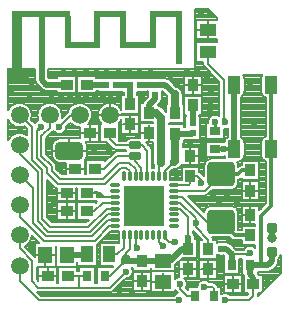
<source format=gtl>
G04*
G04 #@! TF.GenerationSoftware,Altium Limited,Altium Designer,18.1.7 (191)*
G04*
G04 Layer_Physical_Order=1*
G04 Layer_Color=255*
%FSLAX24Y24*%
%MOIN*%
G70*
G01*
G75*
%ADD11C,0.0079*%
G04:AMPARAMS|DCode=15|XSize=63mil|YSize=43.3mil|CornerRadius=10.8mil|HoleSize=0mil|Usage=FLASHONLY|Rotation=90.000|XOffset=0mil|YOffset=0mil|HoleType=Round|Shape=RoundedRectangle|*
%AMROUNDEDRECTD15*
21,1,0.0630,0.0217,0,0,90.0*
21,1,0.0413,0.0433,0,0,90.0*
1,1,0.0217,0.0108,0.0207*
1,1,0.0217,0.0108,-0.0207*
1,1,0.0217,-0.0108,-0.0207*
1,1,0.0217,-0.0108,0.0207*
%
%ADD15ROUNDEDRECTD15*%
%ADD16C,0.0591*%
%ADD17R,0.0236X0.0217*%
G04:AMPARAMS|DCode=18|XSize=43.3mil|YSize=23.6mil|CornerRadius=5.9mil|HoleSize=0mil|Usage=FLASHONLY|Rotation=180.000|XOffset=0mil|YOffset=0mil|HoleType=Round|Shape=RoundedRectangle|*
%AMROUNDEDRECTD18*
21,1,0.0433,0.0118,0,0,180.0*
21,1,0.0315,0.0236,0,0,180.0*
1,1,0.0118,-0.0157,0.0059*
1,1,0.0118,0.0157,0.0059*
1,1,0.0118,0.0157,-0.0059*
1,1,0.0118,-0.0157,-0.0059*
%
%ADD18ROUNDEDRECTD18*%
G04:AMPARAMS|DCode=19|XSize=94.5mil|YSize=59.1mil|CornerRadius=14.8mil|HoleSize=0mil|Usage=FLASHONLY|Rotation=180.000|XOffset=0mil|YOffset=0mil|HoleType=Round|Shape=RoundedRectangle|*
%AMROUNDEDRECTD19*
21,1,0.0945,0.0295,0,0,180.0*
21,1,0.0650,0.0591,0,0,180.0*
1,1,0.0295,-0.0325,0.0148*
1,1,0.0295,0.0325,0.0148*
1,1,0.0295,0.0325,-0.0148*
1,1,0.0295,-0.0325,-0.0148*
%
%ADD19ROUNDEDRECTD19*%
%ADD20R,0.0217X0.0236*%
G04:AMPARAMS|DCode=21|XSize=31.5mil|YSize=35.4mil|CornerRadius=7.9mil|HoleSize=0mil|Usage=FLASHONLY|Rotation=270.000|XOffset=0mil|YOffset=0mil|HoleType=Round|Shape=RoundedRectangle|*
%AMROUNDEDRECTD21*
21,1,0.0315,0.0197,0,0,270.0*
21,1,0.0157,0.0354,0,0,270.0*
1,1,0.0157,-0.0098,-0.0079*
1,1,0.0157,-0.0098,0.0079*
1,1,0.0157,0.0098,0.0079*
1,1,0.0157,0.0098,-0.0079*
%
%ADD21ROUNDEDRECTD21*%
G04:AMPARAMS|DCode=22|XSize=90.6mil|YSize=82.7mil|CornerRadius=12.4mil|HoleSize=0mil|Usage=FLASHONLY|Rotation=0.000|XOffset=0mil|YOffset=0mil|HoleType=Round|Shape=RoundedRectangle|*
%AMROUNDEDRECTD22*
21,1,0.0906,0.0579,0,0,0.0*
21,1,0.0657,0.0827,0,0,0.0*
1,1,0.0248,0.0329,-0.0289*
1,1,0.0248,-0.0329,-0.0289*
1,1,0.0248,-0.0329,0.0289*
1,1,0.0248,0.0329,0.0289*
%
%ADD22ROUNDEDRECTD22*%
%ADD23O,0.0335X0.0110*%
%ADD24O,0.0110X0.0335*%
%ADD25R,0.1358X0.1358*%
%ADD45R,0.0394X0.0354*%
%ADD46R,0.0354X0.0394*%
%ADD47R,0.0354X0.0276*%
%ADD48R,0.0276X0.0354*%
%ADD49R,0.0197X0.0197*%
%ADD50R,0.0354X0.0197*%
%ADD51R,0.0551X0.0413*%
%ADD52R,0.0571X0.0453*%
%ADD53R,0.0413X0.0551*%
%ADD54R,0.0453X0.0571*%
%ADD55C,0.0197*%
%ADD56C,0.0118*%
%ADD57C,0.0280*%
%ADD58C,0.0276*%
%ADD59R,0.0719X0.0413*%
%ADD60R,0.0354X0.1890*%
%ADD61R,0.1969X0.0197*%
%ADD62R,0.0197X0.2008*%
%ADD63R,0.0197X0.1093*%
%ADD64R,0.0906X0.0197*%
%ADD65R,0.1063X0.0197*%
%ADD66R,0.0197X0.1132*%
%ADD67R,0.0984X0.0197*%
%ADD68R,0.0197X0.1663*%
%ADD69C,0.0236*%
%ADD70C,0.0315*%
G36*
X41818Y23466D02*
X41806Y23465D01*
X41795Y23463D01*
X41784Y23461D01*
X41773Y23458D01*
X41763Y23454D01*
X41753Y23450D01*
X41744Y23444D01*
X41735Y23438D01*
X41726Y23432D01*
X41718Y23424D01*
X41659Y23477D01*
X41667Y23485D01*
X41674Y23494D01*
X41679Y23502D01*
X41684Y23512D01*
X41688Y23522D01*
X41691Y23532D01*
X41694Y23542D01*
X41695Y23553D01*
X41696Y23565D01*
X41695Y23576D01*
X41818Y23466D01*
D02*
G37*
G36*
X43643Y21311D02*
X43641Y21320D01*
X43638Y21328D01*
X43634Y21335D01*
X43629Y21341D01*
X43622Y21346D01*
X43615Y21351D01*
X43606Y21354D01*
X43597Y21356D01*
X43586Y21358D01*
X43575Y21358D01*
X43593Y21437D01*
X43730Y21443D01*
X43643Y21311D01*
D02*
G37*
G36*
X43879Y21338D02*
X43882Y21330D01*
X43886Y21322D01*
X43891Y21316D01*
X43897Y21311D01*
X43905Y21307D01*
X43913Y21303D01*
X43923Y21301D01*
X43933Y21300D01*
X43945Y21299D01*
X43927Y21220D01*
X43790Y21214D01*
X43877Y21347D01*
X43879Y21338D01*
D02*
G37*
G36*
X45804Y19764D02*
X45813Y19756D01*
X45822Y19750D01*
X45830Y19745D01*
X45839Y19741D01*
X45848Y19737D01*
X45856Y19735D01*
X45865Y19733D01*
X45873Y19733D01*
X45882Y19733D01*
X45778Y19630D01*
X45779Y19638D01*
X45778Y19647D01*
X45777Y19656D01*
X45775Y19664D01*
X45771Y19673D01*
X45767Y19682D01*
X45762Y19690D01*
X45755Y19699D01*
X45748Y19708D01*
X45740Y19716D01*
X45796Y19772D01*
X45804Y19764D01*
D02*
G37*
G36*
X45020Y19717D02*
X45022Y19706D01*
X45024Y19697D01*
X45028Y19688D01*
X45032Y19680D01*
X45037Y19673D01*
X45044Y19668D01*
X45051Y19663D01*
X45059Y19659D01*
X45069Y19656D01*
X44927Y19578D01*
X44930Y19587D01*
X44934Y19605D01*
X44936Y19614D01*
X44940Y19644D01*
X44940Y19655D01*
X44941Y19677D01*
X45020Y19729D01*
X45020Y19717D01*
D02*
G37*
G36*
X44695Y19383D02*
X44697Y19364D01*
X44698Y19356D01*
X44700Y19349D01*
X44703Y19343D01*
X44706Y19338D01*
X44709Y19334D01*
X44713Y19330D01*
X44717Y19328D01*
X44594D01*
X44598Y19330D01*
X44602Y19334D01*
X44605Y19338D01*
X44608Y19343D01*
X44611Y19349D01*
X44613Y19356D01*
X44614Y19364D01*
X44615Y19373D01*
X44616Y19383D01*
X44616Y19393D01*
X44695D01*
X44695Y19383D01*
D02*
G37*
G36*
X44807Y19229D02*
X44811Y19226D01*
X44817Y19223D01*
X44824Y19220D01*
X44833Y19218D01*
X44844Y19216D01*
X44857Y19214D01*
X44887Y19213D01*
X44905Y19213D01*
X44892Y19016D01*
X44711Y19036D01*
X44805Y19233D01*
X44807Y19229D01*
D02*
G37*
G36*
X44682Y19028D02*
X44662Y19024D01*
X44625Y19015D01*
X44608Y19010D01*
X44579Y18998D01*
X44566Y18991D01*
X44555Y18984D01*
X44545Y18976D01*
X44536Y18968D01*
X44469Y19013D01*
X44479Y19024D01*
X44486Y19035D01*
X44493Y19046D01*
X44498Y19059D01*
X44502Y19073D01*
X44504Y19087D01*
X44505Y19103D01*
X44505Y19119D01*
X44504Y19136D01*
X44501Y19154D01*
X44682Y19028D01*
D02*
G37*
G36*
X46117Y19783D02*
X46128Y19784D01*
X46139Y19785D01*
X46149Y19787D01*
X46159Y19790D01*
X46169Y19794D01*
X46179Y19799D01*
X46188Y19805D01*
X46197Y19811D01*
X46206Y19819D01*
X46215Y19827D01*
Y19661D01*
X46206Y19670D01*
X46197Y19677D01*
X46188Y19684D01*
X46179Y19689D01*
X46169Y19694D01*
X46159Y19698D01*
X46149Y19701D01*
X46139Y19703D01*
X46128Y19704D01*
X46117Y19705D01*
Y19783D01*
D02*
G37*
G36*
X47028Y20548D02*
X47030Y20504D01*
X46947D01*
X46947Y20505D01*
X46947Y20506D01*
X46948Y20508D01*
X46948Y20512D01*
X46949Y20526D01*
X46949Y20548D01*
X47028D01*
D02*
G37*
G36*
X47143Y21898D02*
X47240Y21801D01*
X47086Y21780D01*
X47091Y21787D01*
X47095Y21794D01*
X47097Y21802D01*
X47098Y21809D01*
X47098Y21817D01*
X47095Y21825D01*
X47092Y21833D01*
X47087Y21841D01*
X47080Y21850D01*
X47072Y21858D01*
X47143Y21898D01*
D02*
G37*
G36*
X48622Y19380D02*
X48633Y19380D01*
X48644Y19382D01*
X48654Y19384D01*
X48662Y19388D01*
X48670Y19392D01*
X48677Y19397D01*
X48683Y19404D01*
X48688Y19411D01*
X48692Y19419D01*
X48695Y19429D01*
X48772Y19287D01*
X48764Y19290D01*
X48746Y19294D01*
X48737Y19296D01*
X48706Y19300D01*
X48696Y19300D01*
X48673Y19301D01*
X48622Y19380D01*
D02*
G37*
G36*
X49626Y20109D02*
X49626Y20091D01*
X49630Y20027D01*
X49632Y20019D01*
X49634Y20012D01*
X49636Y20007D01*
X49638Y20004D01*
X49417D01*
X49420Y20007D01*
X49422Y20012D01*
X49423Y20019D01*
X49425Y20027D01*
X49426Y20036D01*
X49428Y20060D01*
X49429Y20109D01*
X49626D01*
D02*
G37*
G36*
X47770Y22904D02*
X47782Y22904D01*
X47805Y22906D01*
X47815Y22907D01*
X47825Y22909D01*
X47833Y22912D01*
X47841Y22915D01*
X47848Y22919D01*
X47854Y22923D01*
X47859Y22927D01*
Y22762D01*
X47854Y22766D01*
X47848Y22770D01*
X47841Y22774D01*
X47833Y22777D01*
X47825Y22780D01*
X47815Y22782D01*
X47805Y22783D01*
X47794Y22784D01*
X47770Y22785D01*
Y22904D01*
D02*
G37*
G36*
X48116Y22785D02*
X48103Y22785D01*
X48081Y22783D01*
X48070Y22782D01*
X48061Y22780D01*
X48053Y22777D01*
X48045Y22774D01*
X48038Y22770D01*
X48032Y22766D01*
X48027Y22762D01*
Y22927D01*
X48032Y22923D01*
X48038Y22919D01*
X48045Y22915D01*
X48053Y22912D01*
X48061Y22909D01*
X48070Y22907D01*
X48081Y22906D01*
X48092Y22904D01*
X48116Y22904D01*
Y22785D01*
D02*
G37*
G36*
X47598Y23575D02*
X47598Y23586D01*
X47597Y23596D01*
X47594Y23607D01*
X47591Y23617D01*
X47587Y23626D01*
X47582Y23636D01*
X47576Y23644D01*
X47569Y23653D01*
X47561Y23661D01*
X47553Y23669D01*
X47717Y23683D01*
X47710Y23673D01*
X47703Y23664D01*
X47697Y23654D01*
X47692Y23644D01*
X47687Y23634D01*
X47684Y23624D01*
X47681Y23614D01*
X47679Y23603D01*
X47678Y23592D01*
X47677Y23582D01*
X47598Y23575D01*
D02*
G37*
G36*
X47953Y23938D02*
X47953Y23926D01*
X47955Y23916D01*
X47957Y23906D01*
X47961Y23898D01*
X47965Y23890D01*
X47970Y23883D01*
X47977Y23877D01*
X47984Y23873D01*
X47992Y23869D01*
X48002Y23866D01*
X47862Y23786D01*
X47864Y23794D01*
X47868Y23811D01*
X47870Y23820D01*
X47873Y23850D01*
X47874Y23861D01*
X47874Y23884D01*
X47953Y23938D01*
D02*
G37*
D11*
X49202Y25314D02*
G03*
X49163Y25187I187J-127D01*
G01*
Y24774D02*
G03*
X49321Y24558I226J0D01*
G01*
X48612Y25187D02*
G03*
X48573Y25314I-226J0D01*
G01*
X48494Y24575D02*
G03*
X48612Y24774I-108J199D01*
G01*
X47756Y23958D02*
G03*
X47397Y23710I-128J-199D01*
G01*
X47933Y23519D02*
G03*
X48061Y23531I42J233D01*
G01*
X49321Y23277D02*
G03*
X49163Y23061I69J-216D01*
G01*
Y22648D02*
G03*
X49321Y22432I226J0D01*
G01*
X48612Y23061D02*
G03*
X48494Y23260I-226J0D01*
G01*
X48061D02*
G03*
X47944Y23081I108J-199D01*
G01*
X47946Y22608D02*
G03*
X47970Y22539I223J39D01*
G01*
X48514Y22312D02*
G03*
X48408Y22261I20J-176D01*
G01*
X48514Y22312D02*
G03*
X48408Y22261I20J-176D01*
G01*
X48386Y22421D02*
G03*
X48612Y22648I0J226D01*
G01*
X48406Y21831D02*
G03*
X48514Y21868I0J177D01*
G01*
X48406Y21831D02*
G03*
X48514Y21868I0J177D01*
G01*
X47506Y22539D02*
G03*
X47264Y22297I0J-242D01*
G01*
X48406D02*
G03*
X48371Y22421I-242J0D01*
G01*
X47234Y25679D02*
G03*
X47280Y25568I157J0D01*
G01*
X47234Y25679D02*
G03*
X47281Y25568I157J0D01*
G01*
X46118Y25153D02*
G03*
X45965Y25217I-153J-153D01*
G01*
X46118Y25153D02*
G03*
X45965Y25217I-153J-153D01*
G01*
X46547Y24675D02*
G03*
X46343Y24927I-258J0D01*
G01*
X47149Y22060D02*
G03*
X47106Y22090I-111J-111D01*
G01*
X47149Y22060D02*
G03*
X47106Y22090I-112J-111D01*
G01*
X46472Y22268D02*
G03*
X46516Y22327I-182J182D01*
G01*
X46471Y22268D02*
G03*
X46516Y22327I-182J183D01*
G01*
X46237Y22175D02*
G03*
X46452Y22249I33J256D01*
G01*
X46434Y21811D02*
G03*
X46362Y21827I-72J-157D01*
G01*
X49744Y19187D02*
G03*
X49821Y19321I-118J157D01*
G01*
X48976Y19566D02*
G03*
X48594Y19498I-167J-167D01*
G01*
X48163Y21476D02*
G03*
X48406Y21719I0J242D01*
G01*
Y20722D02*
G03*
X48163Y20965I-242J0D01*
G01*
X48162Y19855D02*
G03*
X48287Y19803I125J125D01*
G01*
X48162Y19855D02*
G03*
X48287Y19803I125J125D01*
G01*
X49680Y18951D02*
G03*
X49744Y19104I-153J153D01*
G01*
X49681Y18951D02*
G03*
X49744Y19104I-153J153D01*
G01*
X49400Y18760D02*
G03*
X49553Y18824I0J217D01*
G01*
X49400Y18760D02*
G03*
X49553Y18823I0J217D01*
G01*
X49099Y18642D02*
G03*
X49050Y18716I-202J-79D01*
G01*
X49099Y18642D02*
G03*
X49051Y18716I-202J-79D01*
G01*
X48573Y18671D02*
G03*
X48583Y18607I217J0D01*
G01*
X48573Y18671D02*
G03*
X48583Y18607I217J0D01*
G01*
X47559Y19833D02*
G03*
X47543Y19902I-157J0D01*
G01*
X47283Y21299D02*
G03*
X47395Y21346I0J157D01*
G01*
X47283Y21299D02*
G03*
X47395Y21345I0J157D01*
G01*
X47506Y20965D02*
G03*
X47266Y20753I0J-242D01*
G01*
X47559Y19833D02*
G03*
X47543Y19902I-157J0D01*
G01*
X48145Y19681D02*
G03*
X47992Y19744I-153J-153D01*
G01*
X48146Y19680D02*
G03*
X47992Y19744I-153J-153D01*
G01*
X47929D02*
G03*
X47697Y19719I-94J-217D01*
G01*
Y19336D02*
G03*
X47910Y19304I138J192D01*
G01*
X46978Y19882D02*
G03*
X46900Y20058I-236J0D01*
G01*
X46974Y19837D02*
G03*
X46978Y19882I-232J45D01*
G01*
X47651Y18369D02*
G03*
X47539Y18415I-111J-111D01*
G01*
X47984Y18051D02*
G03*
X47943Y18051I-20J-235D01*
G01*
X48140Y17973D02*
G03*
X47984Y18051I-176J-157D01*
G01*
X47943D02*
G03*
X47834Y18014I20J-235D01*
G01*
X47731Y18258D02*
G03*
X47690Y18330I-153J-39D01*
G01*
X47651Y18369D02*
G03*
X47539Y18415I-112J-111D01*
G01*
X47450D02*
G03*
X47037Y18258I-176J-157D01*
G01*
X47731D02*
G03*
X47690Y18330I-153J-39D01*
G01*
X46437Y18582D02*
G03*
X46309Y18531I20J-235D01*
G01*
X46693Y18346D02*
G03*
X46596Y18537I-236J0D01*
G01*
X46656Y18219D02*
G03*
X46693Y18346I-199J127D01*
G01*
X46309Y18140D02*
G03*
X46346Y18084I148J55D01*
G01*
X46309Y18140D02*
G03*
X46345Y18084I148J55D01*
G01*
X46384Y18045D02*
G03*
X46256Y17965I56J-230D01*
G01*
X45793Y24374D02*
G03*
X45837Y24439I-153J153D01*
G01*
X45793Y24374D02*
G03*
X45837Y24439I-153J153D01*
G01*
X45850Y24236D02*
G03*
X45728Y24304I-181J-181D01*
G01*
X45850Y24236D02*
G03*
X45728Y24304I-181J-181D01*
G01*
X45280Y24474D02*
G03*
X45222Y24370I153J-153D01*
G01*
X45280Y24474D02*
G03*
X45222Y24370I153J-153D01*
G01*
X44508Y24140D02*
G03*
X43835Y23691I-384J-153D01*
G01*
X44803Y23209D02*
G03*
X44656Y23130I0J-177D01*
G01*
X44537Y23986D02*
G03*
X44536Y24026I-413J0D01*
G01*
X44413Y23691D02*
G03*
X44508Y23833I-289J295D01*
G01*
X43533Y23986D02*
G03*
X42719Y24086I-413J0D01*
G01*
X41634Y25157D02*
G03*
X41697Y25004I217J0D01*
G01*
X41854Y24847D02*
G03*
X42008Y24783I153J153D01*
G01*
X41855Y24847D02*
G03*
X42008Y24783I153J153D01*
G01*
X42530Y23986D02*
G03*
X41743Y23809I-413J0D01*
G01*
X41634Y25157D02*
G03*
X41698Y25004I217J0D01*
G01*
X41526Y23986D02*
G03*
X40731Y24146I-413J0D01*
G01*
X43409Y23691D02*
G03*
X43533Y23986I-289J295D01*
G01*
X42516Y23883D02*
G03*
X42530Y23986I-400J103D01*
G01*
X42801Y23723D02*
G03*
X43130Y23573I319J263D01*
G01*
X43366Y22943D02*
G03*
X43314Y23100I-266J0D01*
G01*
X41743Y23809D02*
G03*
X41613Y23709I71J-225D01*
G01*
X41494Y23827D02*
G03*
X41526Y23986I-382J159D01*
G01*
X40731Y23826D02*
G03*
X41271Y23605I381J160D01*
G01*
X42241Y23457D02*
G03*
X42676Y23584I199J127D01*
G01*
X42451Y23209D02*
G03*
X42185Y22943I0J-266D01*
G01*
X41368Y23307D02*
G03*
X40731Y23142I-256J-325D01*
G01*
X45532Y22795D02*
G03*
X45485Y22907I-157J0D01*
G01*
X45532Y22795D02*
G03*
X45485Y22907I-157J0D01*
G01*
X44360Y22776D02*
G03*
X44249Y22729I0J-157D01*
G01*
X44229Y22861D02*
G03*
X44341Y22815I112J111D01*
G01*
X44229Y22861D02*
G03*
X44341Y22815I111J111D01*
G01*
X44360Y22776D02*
G03*
X44249Y22729I0J-157D01*
G01*
X45571Y22372D02*
G03*
X45610Y22236I256J0D01*
G01*
Y22220D02*
G03*
X45532Y22220I-39J-169D01*
G01*
X44413Y19878D02*
G03*
X44429Y19806I173J0D01*
G01*
X44157Y20105D02*
G03*
X44189Y20102I32J170D01*
G01*
X43287Y22459D02*
G03*
X43366Y22648I-187J189D01*
G01*
X43663Y21113D02*
G03*
X43702Y21100I96J216D01*
G01*
X44892Y18760D02*
G03*
X44847Y18898I-236J0D01*
G01*
X44642Y18524D02*
G03*
X44892Y18760I13J236D01*
G01*
X44124Y18071D02*
G03*
X44236Y18117I0J157D01*
G01*
X44124Y18071D02*
G03*
X44235Y18117I0J157D01*
G01*
X43687Y19645D02*
G03*
X43724Y19672I-75J139D01*
G01*
X43687Y19645D02*
G03*
X43724Y19672I-75J139D01*
G01*
X42343Y22282D02*
G03*
X42296Y22394I-157J0D01*
G01*
X42343Y22282D02*
G03*
X42296Y22394I-157J0D01*
G01*
X42185Y22648D02*
G03*
X42451Y22382I266J0D01*
G01*
X42270Y21582D02*
G03*
X42364Y21536I112J111D01*
G01*
X42271Y21582D02*
G03*
X42364Y21536I111J111D01*
G01*
X41282Y19594D02*
G03*
X41526Y19964I-170J377D01*
G01*
X41704Y18075D02*
G03*
X41742Y18071I38J153D01*
G01*
X41704Y18075D02*
G03*
X41742Y18071I38J153D01*
G01*
X48612Y25197D02*
X49164D01*
X48612Y25039D02*
X49163D01*
X48573Y25314D02*
X49202D01*
X48594Y25276D02*
X49181D01*
X48607Y24724D02*
X49169D01*
X48573Y24646D02*
X49203D01*
X48494Y24567D02*
X49298D01*
X48612Y24774D02*
Y25187D01*
X49163Y24774D02*
Y25187D01*
X48612Y25118D02*
X49163D01*
X48612Y24961D02*
X49163D01*
X48612Y24882D02*
X49163D01*
X48612Y24803D02*
X49163D01*
X48494Y24331D02*
X49321D01*
X48494Y24252D02*
X49321D01*
X48494Y24488D02*
X49321D01*
X48494Y24409D02*
X49321D01*
X48494Y24016D02*
X49321D01*
X48494Y23937D02*
X49321D01*
X48494Y24173D02*
X49321D01*
X48494Y24094D02*
X49321D01*
Y23277D02*
Y24558D01*
X48494Y23260D02*
Y24575D01*
Y23858D02*
X49321D01*
X48494Y23779D02*
X49321D01*
X48494Y23701D02*
X49321D01*
X48494Y23622D02*
X49321D01*
X48494Y23543D02*
X49321D01*
X48061Y23260D02*
Y23531D01*
X47391Y27529D02*
X47696Y27224D01*
Y27156D02*
Y27224D01*
X46978Y27165D02*
X47696D01*
X46998Y27156D02*
X47696D01*
X47281Y25568D02*
X47756Y25092D01*
X47195Y25039D02*
X47756D01*
X46998Y26506D02*
X47696D01*
X47195Y25118D02*
X47730D01*
X46978Y27244D02*
X47676D01*
X47696Y26407D02*
Y26506D01*
X46978Y27402D02*
X47518D01*
X46978Y27323D02*
X47597D01*
X47195Y25276D02*
X47573D01*
X47195Y25197D02*
X47651D01*
X46978Y26457D02*
X47696D01*
X46998Y26407D02*
X47696D01*
X47195Y24331D02*
X47756D01*
Y23958D02*
Y25092D01*
X47195Y24252D02*
X47756D01*
X47195Y24173D02*
X47756D01*
X47195Y24094D02*
X47756D01*
X47195Y24016D02*
X47756D01*
X47195Y24803D02*
X47756D01*
X47195Y24724D02*
X47756D01*
X47195Y24961D02*
X47756D01*
X47195Y24882D02*
X47756D01*
X47195Y24488D02*
X47756D01*
X47195Y24409D02*
X47756D01*
X46547Y24646D02*
X47756D01*
X47195Y24567D02*
X47756D01*
X48612Y23071D02*
X49164D01*
X48538Y23228D02*
X49237D01*
X48594Y23150D02*
X49181D01*
X49104Y22441D02*
X49298D01*
X48607Y22598D02*
X49169D01*
X48573Y22520D02*
X49203D01*
X48612Y22648D02*
Y23061D01*
X49163Y22648D02*
Y23061D01*
X48612Y22992D02*
X49163D01*
X48612Y22913D02*
X49163D01*
X48612Y22835D02*
X49163D01*
X48612Y22756D02*
X49163D01*
X48612Y22677D02*
X49163D01*
X48514Y22451D02*
X49104D01*
Y22205D02*
X49321D01*
X49104Y22126D02*
X49321D01*
X49104Y22362D02*
X49321D01*
X49104Y22283D02*
X49321D01*
X49104Y21890D02*
X49321D01*
X49104Y21653D02*
X49321D01*
X49104Y22047D02*
X49321D01*
X49104Y21968D02*
X49321D01*
X48514Y22312D02*
Y22451D01*
X49104Y21821D02*
Y22451D01*
X48514Y21821D02*
Y21868D01*
Y21821D02*
X49104D01*
Y21575D02*
X49321D01*
X49104Y21496D02*
X49321D01*
X48514Y21781D02*
X49104D01*
Y21732D02*
X49321D01*
X48494Y23465D02*
X49321D01*
X48494Y23386D02*
X49321D01*
X47933Y23465D02*
X48061D01*
X47933Y23386D02*
X48061D01*
X48494Y23307D02*
X49321D01*
X47933D02*
X48061D01*
X47933Y23228D02*
X48017D01*
X47933Y23199D02*
Y23519D01*
X47343Y23199D02*
X47933D01*
X46585Y23150D02*
X47961D01*
X47506Y22539D02*
X47970D01*
X47343Y23100D02*
X47933D01*
X47343Y22589D02*
X47933D01*
X48397Y22362D02*
X48514D01*
X48406Y21811D02*
X49321D01*
X48358Y21575D02*
X48514D01*
X48478Y22441D02*
X48514D01*
X48406Y22258D02*
Y22297D01*
Y21732D02*
X48514D01*
X48406Y21719D02*
Y21831D01*
X48397Y21653D02*
X48514D01*
X48259Y21496D02*
X48514D01*
X47392Y26831D02*
Y27116D01*
Y26545D02*
Y26831D01*
X46978Y27529D02*
X47391D01*
X46978Y27480D02*
X47439D01*
X47037Y26831D02*
X47392D01*
X46978Y25591D02*
X47262D01*
X46998Y25758D02*
Y26407D01*
X47234Y25679D02*
Y25758D01*
X46998Y26506D02*
Y27156D01*
X46978Y25522D02*
Y27529D01*
X46998Y25758D02*
X47234D01*
X46978Y25748D02*
X47234D01*
X46978Y25669D02*
X47235D01*
X46644Y24980D02*
X46900D01*
X47195Y23996D02*
Y24626D01*
X47116Y23937D02*
X47472D01*
X47096Y23996D02*
X47195D01*
X47116Y23858D02*
X47413D01*
X47343Y23710D02*
X47397D01*
X47343Y23199D02*
Y23710D01*
X47116Y23779D02*
X47393D01*
X47116Y23701D02*
X47343D01*
X46900Y24980D02*
Y25256D01*
X47195Y24665D02*
Y25295D01*
X46900Y24980D02*
X47156D01*
X46900Y24705D02*
Y24980D01*
X47096Y23937D02*
Y23996D01*
X47116Y23602D02*
Y23937D01*
X46663D02*
Y23996D01*
X46644Y23602D02*
Y23937D01*
X46604Y25295D02*
X47195D01*
X46231Y25039D02*
X46604D01*
X46055Y25197D02*
X46604D01*
X46153Y25118D02*
X46604D01*
Y24665D02*
X47195D01*
X46604Y24626D02*
X47195D01*
X46310Y24961D02*
X46604D01*
X46444Y24882D02*
X46604D01*
X46118Y25153D02*
X46343Y24927D01*
X46604Y24665D02*
Y25295D01*
X46543Y24724D02*
X46604D01*
X46547Y24567D02*
X46604D01*
X46513Y24803D02*
X46604D01*
X46547Y24488D02*
X46604D01*
Y23996D02*
Y24626D01*
X46547Y24409D02*
X46604D01*
X46547Y24350D02*
X46585D01*
X46604Y23996D02*
X46663D01*
X46585Y23937D02*
X46644D01*
X46585Y23858D02*
X46644D01*
X46585Y23779D02*
X46644D01*
X46547Y24350D02*
Y24675D01*
X46585Y23720D02*
Y24350D01*
X45994D02*
X46031D01*
Y24627D01*
X46083Y23720D02*
X46585D01*
X46083Y23681D02*
Y23720D01*
X45913Y24173D02*
X45994D01*
Y24092D02*
Y24350D01*
X47116Y23465D02*
X47343D01*
X47116Y23386D02*
X47343D01*
X47116Y23622D02*
X47343D01*
X47116Y23543D02*
X47343D01*
X47116Y23307D02*
X47343D01*
X47116Y23228D02*
X47343D01*
X47106Y22835D02*
X47343D01*
X47106Y22756D02*
X47343D01*
X47116Y23484D02*
Y23602D01*
Y23484D02*
Y23602D01*
X46870Y23150D02*
X47116D01*
Y23484D01*
X47106Y22913D02*
X47343D01*
X47106Y22677D02*
X47343D01*
X46811Y22618D02*
X47067D01*
X46811D02*
Y22894D01*
X47106Y22598D02*
X47343D01*
Y22589D02*
Y23100D01*
X47106Y22520D02*
X47410D01*
X47106Y22441D02*
X47311D01*
X47106Y22362D02*
X47273D01*
X47264Y21948D02*
Y22297D01*
X47106Y22205D02*
X47264D01*
X47106Y22126D02*
X47264D01*
X47106Y22303D02*
Y22933D01*
Y22090D02*
Y22264D01*
X47229Y21983D02*
X47264Y21948D01*
X47214Y21995D02*
X47264Y21945D01*
X47162Y22047D02*
X47264D01*
X47149Y22060D02*
X47214Y21995D01*
X46644Y23150D02*
X46870D01*
X46644D02*
X46870D01*
X46083Y23701D02*
X46644D01*
X46585Y23071D02*
X47343D01*
X46547Y22992D02*
X47343D01*
X46811Y22343D02*
Y22618D01*
X46547Y22933D02*
X47106D01*
X46516Y22303D02*
X47106D01*
X46585Y23622D02*
X46644D01*
X46585Y23583D02*
X46644D01*
X46083Y23681D02*
X46585D01*
Y23583D02*
Y23681D01*
Y23150D02*
X46644D01*
X46585Y23051D02*
Y23150D01*
X46547Y23051D02*
X46585D01*
X46547Y22933D02*
Y23051D01*
X46486Y22283D02*
X47264D01*
X46516Y22264D02*
X47106D01*
X46394Y22205D02*
X46516D01*
Y21811D02*
Y22264D01*
X46187Y22126D02*
X46516D01*
X46138Y22047D02*
X46516D01*
X46138Y21827D02*
Y22051D01*
X46136Y22075D02*
X46237Y22175D01*
X46138Y21968D02*
X46516D01*
X46434Y21811D02*
X46516D01*
X46138Y21890D02*
X46516D01*
X46138Y21827D02*
X46362D01*
X49104Y21339D02*
X49321D01*
X49104Y21417D02*
X49321D01*
Y21038D02*
Y22432D01*
X49104Y21260D02*
X49321D01*
X49104Y21181D02*
X49321D01*
X49104Y20945D02*
X49228D01*
X49104Y20866D02*
X49149D01*
X49104Y20821D02*
X49321Y21038D01*
X49104Y20821D02*
Y20965D01*
X48809Y21467D02*
Y21742D01*
X49104Y21152D02*
Y21781D01*
X48809Y21467D02*
X49065D01*
X48514Y21152D02*
Y21781D01*
X48553Y21467D02*
X48809D01*
Y21191D02*
Y21467D01*
X48514Y20965D02*
X49104D01*
X48553Y20650D02*
X48809D01*
X48514Y20335D02*
X48976D01*
Y20295D02*
Y20335D01*
X48514Y20295D02*
X48976D01*
X48514Y19665D02*
X48976D01*
X49772Y19213D02*
X49821D01*
Y18719D02*
Y19321D01*
X49744Y19104D02*
Y19187D01*
X48809Y20650D02*
Y20925D01*
Y20374D02*
Y20650D01*
X48514Y20335D02*
Y20965D01*
Y20157D02*
Y20295D01*
X48923Y19606D02*
X48976D01*
Y19566D02*
Y19665D01*
X48514D02*
Y19803D01*
X47467Y21417D02*
X48514D01*
X47388Y21339D02*
X48514D01*
X46759Y21260D02*
X48514D01*
X46838Y21181D02*
X48514D01*
Y21152D02*
X49104D01*
X48406Y20551D02*
X48514D01*
X46916Y21102D02*
X49321D01*
X46995Y21024D02*
X49306D01*
X48259Y20945D02*
X48514D01*
X47526Y21476D02*
X48163D01*
X48406Y20709D02*
X48514D01*
X48406Y20630D02*
X48514D01*
X48358Y20866D02*
X48514D01*
X48397Y20787D02*
X48514D01*
X48406Y20236D02*
X48514D01*
X48406Y20157D02*
X48514D01*
X48406Y20394D02*
X48514D01*
X48406Y20315D02*
X48976D01*
X48298Y19528D02*
X48610D01*
X48328Y19498D02*
X48594D01*
X48287Y19803D02*
X48514D01*
X48220Y19606D02*
X48695D01*
X48406Y20472D02*
X48514D01*
X48406Y20157D02*
Y20722D01*
X48141Y19685D02*
X48514D01*
X48146Y19680D02*
X48328Y19498D01*
X47559Y19842D02*
X48176D01*
X47839Y19764D02*
X48514D01*
X49744Y19134D02*
X49821D01*
X49738Y19055D02*
X49821D01*
X49702Y18976D02*
X49821D01*
X49627Y18898D02*
X49821D01*
X49548Y18819D02*
X49821D01*
X49045Y18740D02*
X49821D01*
X49091Y18661D02*
X49764D01*
X49553Y18824D02*
X49680Y18951D01*
X49183Y18760D02*
X49400D01*
X49045D02*
X49183D01*
X49045Y18722D02*
Y18760D01*
X49213Y18504D02*
X49606D01*
X49213Y18425D02*
X49527D01*
X49213Y18583D02*
X49685D01*
X49213Y18110D02*
X49821Y18719D01*
X49213Y18346D02*
X49449D01*
X49213Y18268D02*
X49370D01*
X49213Y18189D02*
X49291D01*
X49153Y18051D02*
X49213Y18110D01*
X49099Y18642D02*
X49213D01*
Y18110D02*
Y18642D01*
X49055Y17953D02*
X49153Y18051D01*
X49055D02*
X49153D01*
X49055Y17963D02*
Y18051D01*
Y18031D02*
X49134D01*
X48686Y17973D02*
X48740Y18028D01*
X48533Y18681D02*
X48573D01*
X48435Y18898D02*
X48533D01*
X48435Y18819D02*
X48533D01*
X48543Y18583D02*
X48583D01*
X47697Y18661D02*
X48573D01*
X47913Y18642D02*
X48543D01*
X48435Y19183D02*
X48533D01*
Y18681D02*
Y19183D01*
X48435Y19134D02*
X48533D01*
X48435Y18681D02*
Y19183D01*
Y19055D02*
X48533D01*
X48435Y18976D02*
X48533D01*
X48435Y18740D02*
X48533D01*
X47923Y18681D02*
X48435D01*
X48543Y18346D02*
X48583D01*
X48543Y18268D02*
X48583D01*
X48543Y18504D02*
X48583D01*
X48543Y18425D02*
X48583D01*
X48543Y18189D02*
X48583D01*
Y18051D02*
X48740D01*
X48060Y18031D02*
X48740D01*
X48140Y17973D02*
X48686D01*
X48543Y18051D02*
Y18642D01*
X48583Y18051D02*
Y18607D01*
X48228Y18346D02*
Y18602D01*
Y18091D02*
Y18346D01*
X48504D01*
X48543Y18110D02*
X48583D01*
X47953Y18346D02*
X48228D01*
X47984Y18051D02*
X48543D01*
X48116Y19902D02*
X48162Y19855D01*
X47506Y20965D02*
X48163D01*
X47543Y19902D02*
X48116D01*
X47697Y19764D02*
X47830D01*
X47929Y19744D02*
X47992D01*
X47559Y19823D02*
X47697D01*
Y19719D02*
Y19823D01*
X47395Y21346D02*
X47526Y21476D01*
X47231Y20787D02*
X47273D01*
X47152Y20866D02*
X47311D01*
X47106Y19823D02*
X47189D01*
X47910Y19304D02*
X47942Y19272D01*
X47697Y19291D02*
X47922D01*
X47923Y18681D02*
Y19272D01*
X47697Y19213D02*
X47923D01*
X47697Y19134D02*
X47923D01*
X47697Y19193D02*
Y19336D01*
X47106Y19193D02*
X47697D01*
X47106D02*
Y19823D01*
X47402Y18839D02*
Y19114D01*
X47697Y18524D02*
Y19154D01*
X47106D02*
X47697D01*
X47106Y18524D02*
Y19154D01*
X47074Y20945D02*
X47410D01*
X46900Y20112D02*
X47189Y19823D01*
X46719Y21299D02*
X47283D01*
X46719D02*
X47266Y20753D01*
X47028Y19685D02*
X47106D01*
X47028Y19528D02*
X47106D01*
X46975Y19842D02*
X47169D01*
X47028Y19764D02*
X47106D01*
X46947Y20000D02*
X47012D01*
X46900Y20079D02*
X46933D01*
X46900Y20058D02*
Y20112D01*
X46975Y19921D02*
X47090D01*
X47028Y19606D02*
X47106D01*
X46974Y19837D02*
X47028D01*
Y19291D02*
X47106D01*
X47028Y19213D02*
X47106D01*
X47028Y19449D02*
X47106D01*
X47028Y19370D02*
X47106D01*
X47028Y19134D02*
X47106D01*
X47028Y19055D02*
X47106D01*
X46521Y19207D02*
X47028D01*
X46482Y19167D02*
X47028D01*
Y19207D02*
Y19837D01*
Y18537D02*
Y19167D01*
X46482D02*
X46521Y19207D01*
X46437Y19123D02*
X46482Y19167D01*
X46732Y18852D02*
Y19128D01*
X46437Y18582D02*
Y19123D01*
X46369Y19055D02*
X46437D01*
X46309Y18995D02*
X46437Y19123D01*
X47697Y18898D02*
X47923D01*
X47697Y18819D02*
X47923D01*
X47697Y19055D02*
X47923D01*
X47697Y18976D02*
X47923D01*
X47697Y18740D02*
X47923D01*
X47697Y18583D02*
X47913D01*
X47106Y18524D02*
X47697D01*
X47440Y18425D02*
X47913D01*
X47402Y18839D02*
X47657D01*
X47402Y18563D02*
Y18839D01*
X47028Y18976D02*
X47106D01*
X47146Y18839D02*
X47402D01*
X47450Y18415D02*
X47539D01*
X47028Y18661D02*
X47106D01*
X47028Y18583D02*
X47106D01*
X47834Y18189D02*
X47913D01*
Y18051D02*
Y18642D01*
X47674Y18346D02*
X47913D01*
X47728Y18268D02*
X47913D01*
X47834Y18110D02*
X47913D01*
X47651Y18369D02*
X47690Y18330D01*
X47834Y18031D02*
X47867D01*
X47834Y18014D02*
Y18258D01*
X47731D02*
X47834D01*
X47028Y18898D02*
X47106D01*
X46732Y18852D02*
X46988D01*
X46476D02*
X46732D01*
Y18577D02*
Y18852D01*
X47028Y18819D02*
X47106D01*
X47028Y18740D02*
X47106D01*
X46309Y18819D02*
X46437D01*
X46596Y18537D02*
X47028D01*
X46309Y18898D02*
X46437D01*
X46309Y18531D02*
Y18770D01*
Y18976D02*
X46437D01*
X46309Y18789D02*
Y18995D01*
Y18583D02*
X46437D01*
X46309Y18740D02*
X46437D01*
X46309Y18661D02*
X46437D01*
X46679Y18425D02*
X47107D01*
X46693Y18346D02*
X47055D01*
X46633Y18504D02*
X47913D01*
X46713Y18258D02*
X47037D01*
X46713Y18162D02*
Y18258D01*
X46679Y18268D02*
X47038D01*
X46656Y18219D02*
X46713Y18162D01*
X45906Y18425D02*
Y18730D01*
Y18120D02*
Y18425D01*
X46309Y18081D02*
Y18140D01*
X46346Y18084D02*
X46384Y18045D01*
X45876Y24782D02*
X46031Y24627D01*
X45876Y24724D02*
X45934D01*
X45876Y24439D02*
Y24774D01*
X45404Y25226D02*
X45876D01*
Y25217D02*
X45965D01*
X45876Y24646D02*
X46013D01*
X45876Y24567D02*
X46031D01*
X45876Y24488D02*
X46031D01*
X45837Y24439D02*
X45876D01*
X45364Y25207D02*
X45404D01*
Y24598D02*
Y24774D01*
X45364D02*
X45404D01*
X45030Y24754D02*
X45364D01*
X45098Y24646D02*
X45404D01*
X45280Y24474D02*
X45404Y24598D01*
X45098Y24567D02*
X45373D01*
X45098Y24488D02*
X45294D01*
X45821Y24409D02*
X46031D01*
X45728Y24310D02*
X45793Y24374D01*
X45749Y24331D02*
X45994D01*
X45833Y24252D02*
X45994D01*
X45098Y24409D02*
X45235D01*
X45098Y24026D02*
Y24656D01*
X45138Y24370D02*
X45222D01*
X45138Y23740D02*
Y24370D01*
X45098Y24331D02*
X45138D01*
X45098Y24252D02*
X45138D01*
X42067Y25433D02*
X47415D01*
X42067Y25354D02*
X47494D01*
X42067Y25522D02*
X46978D01*
X42067Y25512D02*
X47336D01*
X44911Y25226D02*
X45030D01*
X45364D01*
X43671Y25276D02*
X46604D01*
X44911Y25226D02*
X45030D01*
X44094Y25226D02*
X44213D01*
X44547D01*
X43760D02*
X44094D01*
X44213D01*
X44577Y25226D02*
X44911D01*
X44213Y24754D02*
X44547D01*
X44094D02*
X44213D01*
X44094D02*
X44213D01*
X45020Y24724D02*
X45404D01*
X45020Y24656D02*
Y24754D01*
X43671Y24724D02*
X44587D01*
Y24656D02*
Y24754D01*
X44508Y24656D02*
X44587D01*
X45020D02*
X45098D01*
X40731Y24646D02*
X44508D01*
X40731Y24567D02*
X44508D01*
X43760Y24754D02*
X44094D01*
X44508Y24140D02*
Y24656D01*
X40731Y24488D02*
X44508D01*
X40731Y24409D02*
X44508D01*
X44353Y24331D02*
X44508D01*
X44124Y23986D02*
Y24360D01*
X43349Y24331D02*
X43895D01*
X45098Y24173D02*
X45138D01*
X45850Y24236D02*
X45994Y24092D01*
X45098Y24094D02*
X45138D01*
X45098Y23937D02*
X45138D01*
Y23701D02*
X45571D01*
Y23740D01*
X45098Y23858D02*
X45138D01*
Y23740D02*
X45571D01*
X45098Y23779D02*
X45138D01*
X44803Y23671D02*
Y23947D01*
X44536Y24016D02*
X45138D01*
X44537Y23986D02*
X45098D01*
Y23701D02*
X45138D01*
X45098Y23622D02*
X45138D01*
X44547Y23671D02*
X44803D01*
X45059D01*
X45433Y23386D02*
Y23661D01*
Y23110D02*
Y23386D01*
X45177D02*
X45433D01*
X45321Y23071D02*
X45571D01*
X45400Y22992D02*
X45571D01*
X45479Y22913D02*
X45571D01*
X45321Y23071D02*
X45571D01*
X45321Y23071D02*
X45485Y22907D01*
X45098Y23356D02*
Y23986D01*
X45138Y23208D02*
Y23701D01*
X45098Y23543D02*
X45138D01*
X44803Y23396D02*
Y23671D01*
X45098Y23465D02*
X45138D01*
X45098Y23386D02*
X45138D01*
X44803Y23209D02*
X45118D01*
X44536Y24026D02*
X45098D01*
X44441Y24252D02*
X44508D01*
X44429Y23543D02*
X44508D01*
X44429Y23465D02*
X44508D01*
X44423Y23701D02*
X44508D01*
X44429Y23622D02*
X44508D01*
X43750Y23986D02*
X44124D01*
X44498D01*
X43437Y24252D02*
X43807D01*
X43419Y23701D02*
X43825D01*
X43799Y23691D02*
X43835D01*
X43760Y23622D02*
X43799D01*
X43760Y23543D02*
X43799D01*
X43760Y23465D02*
X43799D01*
X44508Y23356D02*
X45098D01*
X44508D02*
Y23833D01*
X44429Y23386D02*
X44508D01*
X44429Y23130D02*
Y23691D01*
Y23150D02*
X44671D01*
X44429Y23130D02*
X44656D01*
X44429Y23307D02*
X45138D01*
X44429Y23228D02*
X45138D01*
X43760Y23150D02*
X43799D01*
Y23100D02*
X43991D01*
X43760Y23307D02*
X43799D01*
X43760Y23228D02*
X43799D01*
X43366Y22913D02*
X44177D01*
X44003Y23087D02*
X44229Y22861D01*
X43333Y23071D02*
X44019D01*
X43362Y22992D02*
X44098D01*
X43041Y25295D02*
X43671D01*
Y25207D02*
Y25295D01*
X42372D02*
X43002D01*
Y25276D02*
X43041D01*
X43671Y25207D02*
X43760D01*
X43002Y25118D02*
X43041D01*
X42067Y25276D02*
X42372D01*
X43002Y25197D02*
X43041D01*
X42067Y25247D02*
Y25374D01*
Y25247D02*
Y25374D01*
Y25522D01*
Y25374D02*
Y25522D01*
X42098Y25217D02*
X42372D01*
Y25295D01*
X42067Y25247D02*
Y25374D01*
Y25247D02*
X42098Y25217D01*
X43002Y24803D02*
X43041D01*
X43671Y24705D02*
Y24774D01*
X43002Y25039D02*
X43041D01*
X43002Y24961D02*
X43041D01*
X43671Y24774D02*
X43760D01*
X43041Y24705D02*
X43671D01*
X43002Y24724D02*
X43041D01*
X43002Y24705D02*
Y25295D01*
X43041Y24705D02*
Y25295D01*
X43002Y24882D02*
X43041D01*
X42008Y24783D02*
X42372D01*
Y24705D02*
Y24783D01*
X42433Y24252D02*
X42803D01*
X42372Y24705D02*
X43002D01*
X42345Y24331D02*
X42892D01*
X41634Y25374D02*
Y25522D01*
Y25177D02*
Y25374D01*
X41319Y25522D02*
X41634D01*
X41634Y25177D02*
Y25374D01*
X41319Y25354D02*
X41634D01*
X40731Y25118D02*
X41637D01*
X40731Y25039D02*
X41669D01*
X41634Y25177D02*
Y25522D01*
X41319Y25148D02*
Y25522D01*
Y25512D02*
X41634D01*
X41319Y25295D02*
Y25522D01*
X41319Y25433D02*
X41634D01*
X41319Y25276D02*
X41634D01*
X41319Y25197D02*
X41634D01*
X40731Y25148D02*
X41319D01*
X40731Y24882D02*
X41820D01*
X41698Y25004D02*
X41854Y24847D01*
X41341Y24331D02*
X41888D01*
X40731Y24803D02*
X41918D01*
X40731Y24724D02*
X42372D01*
X40731Y24146D02*
Y25148D01*
Y24961D02*
X41741D01*
X41429Y24252D02*
X41799D01*
X41481Y24173D02*
X41747D01*
X40731Y24331D02*
X40884D01*
X40731Y24252D02*
X40796D01*
X43519Y24094D02*
X43725D01*
X43532Y24016D02*
X43712D01*
X43489Y24173D02*
X43755D01*
X43531Y23937D02*
X43714D01*
X43513Y23858D02*
X43731D01*
X43478Y23779D02*
X43766D01*
X43409Y23691D02*
X43760D01*
X42528Y24016D02*
X42649D01*
X42516Y23883D02*
X42719Y24086D01*
X42485Y24173D02*
X42751D01*
X42515Y24094D02*
X42721D01*
X42779Y23701D02*
X42821D01*
X42701Y23622D02*
X42925D01*
X42527Y23937D02*
X42570D01*
X43760Y23100D02*
Y23691D01*
X43799Y23100D02*
Y23691D01*
X43445Y23396D02*
Y23652D01*
Y23396D02*
X43720D01*
X43760Y23386D02*
X43799D01*
X43445Y23140D02*
Y23396D01*
X43169D02*
X43445D01*
X43314Y23100D02*
X43760D01*
X43130Y23207D02*
Y23573D01*
X42676Y23597D02*
X42801Y23723D01*
X42673Y23543D02*
X43130D01*
X42644Y23465D02*
X43130D01*
X42569Y23386D02*
X43130D01*
X42451Y23209D02*
X43100D01*
X41525Y24016D02*
X41704D01*
X41523Y23937D02*
X41706D01*
X41511Y24094D02*
X41717D01*
X41505Y23858D02*
X41723D01*
X42172Y23386D02*
X42311D01*
X41542Y23779D02*
X41681D01*
X41494Y23827D02*
X41613Y23709D01*
X40731Y23701D02*
X40813D01*
X40731Y23622D02*
X40917D01*
X40731Y23543D02*
X41332D01*
X41271Y23605D02*
X41368Y23508D01*
X40731Y23465D02*
X41368D01*
X40731Y23386D02*
X41022D01*
X42093Y23307D02*
X43130D01*
X42022Y23236D02*
X42227Y23441D01*
X42014Y23228D02*
X43130D01*
X41998Y23150D02*
X42284D01*
X41998Y23071D02*
X42218D01*
X41998Y22992D02*
X42190D01*
X41202Y23386D02*
X41368D01*
Y23307D02*
Y23508D01*
X40731Y23142D02*
X40731Y23826D01*
X41998Y22913D02*
X42185D01*
X41998Y22835D02*
X42185D01*
X40731Y23307D02*
X40856D01*
X40731Y23228D02*
X40780D01*
X45527Y22835D02*
X45571D01*
X45532Y22756D02*
X45571D01*
X45532Y22520D02*
X45571D01*
X45532Y22441D02*
X45571D01*
X45532Y22677D02*
X45571D01*
X45532Y22598D02*
X45571D01*
X44341Y22815D02*
X44656D01*
X44360Y22776D02*
X44656D01*
X43957Y22437D02*
X44249Y22729D01*
X43957Y22437D02*
Y22470D01*
X45571Y22372D02*
Y23071D01*
X45532Y22362D02*
X45571D01*
X45532Y22220D02*
Y22795D01*
Y22283D02*
X45587D01*
X44429Y19728D02*
Y19806D01*
X44189Y20102D02*
X44413D01*
X44413Y19878D02*
Y20102D01*
X44130Y20079D02*
X44413D01*
X44051Y20000D02*
X44413D01*
X43973Y19921D02*
X44413D01*
X43894Y19842D02*
X44417D01*
X43815Y19764D02*
X44429D01*
X43366Y22756D02*
X44284D01*
X43366Y22677D02*
X44197D01*
X43366Y22835D02*
X44264D01*
X43366Y22648D02*
Y22943D01*
X43362Y22598D02*
X44118D01*
X43333Y22520D02*
X44039D01*
X43327Y22470D02*
X43957D01*
X43287Y22362D02*
X43327D01*
X43287Y22283D02*
X43327D01*
X42776Y22795D02*
X43327D01*
X43287Y22441D02*
X43327D01*
X43287Y22205D02*
X43327D01*
X43287Y22126D02*
X43327D01*
X42972Y22175D02*
X43248D01*
X43287Y22047D02*
X43327D01*
X43663Y21061D02*
X43702Y21100D01*
X42028Y21102D02*
X43693D01*
X43033Y21077D02*
X43663D01*
X43785Y19728D02*
X44429D01*
X43785Y18941D02*
Y19728D01*
X43736Y19685D02*
X43785D01*
X43724Y19672D02*
X44157Y20105D01*
X43287Y22008D02*
Y22459D01*
X43327Y22008D02*
Y22470D01*
X43287Y22008D02*
X43327D01*
X43033Y21102D02*
X43663D01*
X43033Y20486D02*
X43413D01*
X43340Y20413D02*
X43413Y20486D01*
X42131Y20472D02*
X43399D01*
X42190Y20413D02*
X43340D01*
X45502Y18789D02*
X46309D01*
X45502D02*
Y18898D01*
X44902Y18799D02*
X45492D01*
Y18898D01*
X45502Y18770D02*
X46309D01*
X45197Y18445D02*
Y18720D01*
X44902Y18760D02*
X45492D01*
X45197Y18445D02*
X45453D01*
X44864Y18898D02*
X44899D01*
X44902Y18799D02*
Y18898D01*
X44864D02*
X44899D01*
X44870Y18661D02*
X44902D01*
X44812Y18583D02*
X44902D01*
X44622Y18504D02*
X44902D01*
X45492Y18130D02*
Y18760D01*
X45502Y18081D02*
Y18770D01*
X44941Y18445D02*
X45197D01*
Y18169D02*
Y18445D01*
X45541Y18425D02*
X45906D01*
X45502Y18081D02*
X46309D01*
X44902Y18130D02*
X45492D01*
X44228Y18110D02*
X45502D01*
X44544Y18425D02*
X44902D01*
Y18130D02*
Y18760D01*
X44465Y18346D02*
X44902D01*
X44236Y18117D02*
X44642Y18524D01*
X44386Y18268D02*
X44902D01*
X44307Y18189D02*
X44902D01*
X43687Y19449D02*
X43785D01*
X43687Y19370D02*
X43785D01*
X43687Y19606D02*
X43785D01*
X43687Y19528D02*
X43785D01*
Y18941D02*
X44230D01*
X43710Y18927D02*
X44216D01*
X43687Y19291D02*
X43785D01*
X43687Y19213D02*
X43785D01*
X43687Y19134D02*
X43785D01*
X43687Y18941D02*
Y19645D01*
Y19055D02*
X43785D01*
X43687Y18976D02*
X43785D01*
X43037Y18941D02*
X43687D01*
X43100Y18927D02*
X43612D01*
Y18740D02*
X43710D01*
X43612Y18661D02*
X43710D01*
X43612Y18898D02*
X43710D01*
X43612Y18819D02*
X43710D01*
X43612Y18583D02*
X43710D01*
X43081Y18071D02*
X44124D01*
X41748Y18031D02*
X46343D01*
X41815Y17965D02*
X46256D01*
X43612Y18386D02*
Y18927D01*
X43710Y18386D02*
Y18927D01*
X43032Y18898D02*
X43100D01*
Y18789D02*
Y18927D01*
X43612Y18425D02*
X43710D01*
X43612Y18386D02*
X43710D01*
X43032Y18819D02*
X43100D01*
X43612Y18504D02*
X43710D01*
X42994Y21496D02*
X43033D01*
X42994Y21417D02*
X43033D01*
X42697Y22175D02*
X42972D01*
X42994Y21535D02*
X43033D01*
X42994Y21260D02*
X43033D01*
X42994Y21181D02*
X43033D01*
X42679Y21398D02*
X42955D01*
X42994Y21339D02*
X43033D01*
X42776Y22795D02*
Y23169D01*
X42657Y22008D02*
Y22382D01*
X42451D02*
X42657D01*
X42343Y22178D02*
X42512Y22008D01*
X42473Y22047D02*
X42657D01*
X42512Y22008D02*
X42657D01*
X42394Y22126D02*
X42657D01*
X42404Y21398D02*
X42679D01*
X43033Y21102D02*
Y21535D01*
X43033Y20486D02*
Y21077D01*
X42364D02*
X42994D01*
Y20486D02*
Y21077D01*
Y20866D02*
X43033D01*
X42994Y20787D02*
X43033D01*
X42994Y21024D02*
X43033D01*
X42994Y20945D02*
X43033D01*
X42679Y21142D02*
Y21398D01*
X42994Y21102D02*
Y21535D01*
X42364Y21102D02*
X42994D01*
X42364D02*
Y21536D01*
X42679Y20781D02*
X42955D01*
X42679Y20525D02*
Y20781D01*
Y21037D01*
X42364Y20486D02*
Y21077D01*
X42224Y22795D02*
X42776D01*
X42343Y22205D02*
X42657D01*
X42343Y22178D02*
Y22282D01*
X42321Y22362D02*
X42657D01*
X42343Y22283D02*
X42657D01*
X41998Y22692D02*
Y23212D01*
X42185Y22648D02*
Y22943D01*
X41998Y22756D02*
X42185D01*
X41998Y22692D02*
X42296Y22394D01*
X42170Y22520D02*
X42218D01*
X42249Y22441D02*
X42284D01*
X42013Y22677D02*
X42185D01*
X42092Y22598D02*
X42190D01*
X42028Y21496D02*
X42364D01*
X42028Y21417D02*
X42364D01*
X42028Y20866D02*
X42364D01*
X42028Y20787D02*
X42364D01*
X42028Y21024D02*
X42364D01*
X42028Y20945D02*
X42364D01*
X42028Y21732D02*
X42120D01*
X42028Y21653D02*
X42199D01*
X42028Y21825D02*
X42270Y21582D01*
X42028Y20576D02*
Y21825D01*
Y21260D02*
X42364D01*
X42028Y21181D02*
X42364D01*
X42028Y21575D02*
X42278D01*
X42028Y21339D02*
X42364D01*
X42994Y20709D02*
X43033D01*
X42994Y20630D02*
X43033D01*
X42994Y20551D02*
X43033D01*
X42364Y20486D02*
X42994D01*
X43037Y18941D02*
Y19095D01*
X43028Y18927D02*
Y19095D01*
X42402Y18927D02*
X43028D01*
X42402D02*
X43028D01*
X42404Y20781D02*
X42679D01*
X42028Y20709D02*
X42364D01*
X42028Y20630D02*
X42364D01*
X42028Y20576D02*
X42190Y20413D01*
X42052Y20551D02*
X42364D01*
X42362Y18927D02*
X42402D01*
X41974Y19331D02*
X42280D01*
X41974Y18967D02*
Y19331D01*
X43032Y18789D02*
Y18927D01*
X42402Y18386D02*
Y18927D01*
X42362Y18898D02*
X42402D01*
X42362Y18819D02*
X42402D01*
X43032Y18789D02*
X43081D01*
X42362Y18740D02*
X42402D01*
X42362Y18661D02*
X42402D01*
X42362Y18425D02*
X42402D01*
X42339Y18927D02*
Y19626D01*
X42362Y18386D02*
Y18927D01*
X42319D02*
Y19626D01*
X42047Y18632D02*
Y18888D01*
X42362Y18504D02*
X42402D01*
X42362Y18386D02*
X42402D01*
X42047Y18632D02*
X42323D01*
X42362Y18583D02*
X42402D01*
X41526Y19964D02*
X41756Y19734D01*
X41630D02*
X41756D01*
X41505Y19842D02*
X41647D01*
X41470Y19764D02*
X41726D01*
X41669Y19331D02*
X41974D01*
X41732Y18927D02*
X42319D01*
X41411Y19685D02*
X41630D01*
X41308Y19606D02*
X41630D01*
X41523Y19921D02*
X41569D01*
X41630Y19246D02*
Y19734D01*
X41282Y19594D02*
X41630Y19246D01*
X41506Y19370D02*
X41630D01*
X41585Y19291D02*
X41630D01*
X41349Y19528D02*
X41630D01*
X41427Y19449D02*
X41630D01*
X41732Y18927D02*
X42319D01*
X41772Y18632D02*
X42047D01*
X41683Y18819D02*
X41732D01*
X41683Y18740D02*
X41732D01*
X41742Y18071D02*
X43081D01*
X41704Y18075D02*
X41815Y17965D01*
X41683Y18927D02*
X41732D01*
Y18461D02*
Y18927D01*
X41683Y18898D02*
X41732D01*
X41683Y18510D02*
Y18927D01*
X41689Y18504D02*
X41732D01*
X41683Y18510D02*
X41732Y18461D01*
X41683Y18661D02*
X41732D01*
X41683Y18583D02*
X41732D01*
X47913Y23813D02*
Y25157D01*
Y23813D02*
X47975Y23751D01*
X47628Y23760D02*
X47638Y23750D01*
Y23454D02*
Y23750D01*
X46536Y21260D02*
X47363Y20433D01*
X46250Y21260D02*
X46536D01*
X46102Y19744D02*
X46299D01*
X45768D02*
X45896Y19616D01*
X47283Y21457D02*
X47835Y22008D01*
X47363Y20433D02*
X47835D01*
X46811Y21703D02*
Y21949D01*
X46762Y21654D02*
X46811Y21703D01*
X46250Y21654D02*
X46762D01*
X46988Y20394D02*
Y20548D01*
Y20246D02*
Y20394D01*
X46811Y21949D02*
X47037D01*
X47175Y21811D01*
Y21703D02*
Y21811D01*
X46250Y21457D02*
X47283D01*
X46473Y21063D02*
X46988Y20548D01*
Y20246D02*
X47402Y19833D01*
Y19508D02*
Y19833D01*
X45768Y19744D02*
Y19990D01*
X45994Y19852D02*
X46102Y19744D01*
X45965Y19852D02*
X45994D01*
X45965D02*
Y19990D01*
X43681Y21398D02*
X43819Y21260D01*
X46457Y18195D02*
Y18346D01*
Y18195D02*
X46689Y17963D01*
X46968D01*
X47579D02*
Y18219D01*
X47539Y18258D02*
X47579Y18219D01*
X47274Y18258D02*
X47539D01*
X47392Y25679D02*
X47913Y25157D01*
X47392Y25679D02*
Y26083D01*
X48179Y19340D02*
X48750D01*
X48809Y19400D01*
X45965Y22126D02*
X46270Y22431D01*
X45965Y21939D02*
Y22126D01*
X45374Y21939D02*
Y22795D01*
X44961Y22451D02*
X45177Y22234D01*
X44961Y22451D02*
Y22618D01*
X45768Y21939D02*
Y22313D01*
X44114Y23199D02*
Y23396D01*
Y23199D02*
X44341Y22972D01*
X44961D01*
X45197D01*
X45374Y22795D01*
X44360Y22618D02*
X44961D01*
X43917Y22175D02*
X44360Y22618D01*
X43642Y22175D02*
X43917D01*
X45177Y21939D02*
Y22234D01*
X42842Y23986D02*
X43120D01*
X42440Y23584D02*
X42842Y23986D01*
X42116Y23553D02*
Y23986D01*
X41911Y23348D02*
X42116Y23553D01*
X41813Y23575D02*
Y23584D01*
X41683Y23445D02*
X41813Y23575D01*
X41911Y23348D02*
X41911D01*
X41841Y23278D02*
X41911Y23348D01*
X41526Y22496D02*
Y23573D01*
X41112Y23986D02*
X41526Y23573D01*
X41683Y22562D02*
Y23445D01*
X41841Y22627D02*
Y23278D01*
Y22627D02*
X42185Y22282D01*
Y22112D02*
Y22282D01*
Y22112D02*
X42447Y21850D01*
X43888D01*
X42028Y22047D02*
Y22217D01*
X41683Y22562D02*
X42028Y22217D01*
X41870Y20511D02*
Y22152D01*
X41526Y22496D02*
X41870Y22152D01*
X41713Y20445D02*
Y22087D01*
X41112Y22687D02*
X41713Y22087D01*
X42028Y22047D02*
X42382Y21693D01*
X43888Y21850D02*
X44419Y22382D01*
X44774D01*
X44498Y22224D02*
X44675D01*
X43967Y21693D02*
X44498Y22224D01*
X42382Y21693D02*
X43967D01*
X44675Y22224D02*
X44783Y22116D01*
X44774Y22382D02*
X44980Y22175D01*
Y21939D02*
Y22175D01*
X44783Y21939D02*
Y22116D01*
X44124Y18228D02*
X44656Y18760D01*
X43081Y18228D02*
X44124D01*
X44656Y19144D02*
Y19183D01*
X44144Y18632D02*
X44656Y19144D01*
X44980Y19600D02*
X45039Y19541D01*
X44980Y19600D02*
Y19990D01*
X44656Y19183D02*
Y19393D01*
X44783Y19521D01*
Y19990D01*
X41742Y18228D02*
X43081D01*
Y18632D02*
X43356D01*
X42717D02*
X43081D01*
X41112Y19541D02*
Y19970D01*
Y19541D02*
X41526Y19128D01*
Y18445D02*
Y19128D01*
Y18445D02*
X41742Y18228D01*
X43081D02*
Y18632D01*
X41750Y17807D02*
X46439D01*
X41112Y18445D02*
X41750Y17807D01*
X48898Y17963D02*
Y18346D01*
X48751Y17816D02*
X48898Y17963D01*
X47963Y17816D02*
X48751D01*
X46439Y17807D02*
Y17816D01*
X41112Y18445D02*
Y18957D01*
X43966Y18632D02*
X44144D01*
X44110Y19335D02*
X44374D01*
X44587Y19547D01*
Y19990D01*
X41112Y21978D02*
X41555Y21535D01*
Y20380D02*
Y21535D01*
Y20380D02*
X41994Y19941D01*
X41112Y20600D02*
X41929Y19783D01*
X41870Y20511D02*
X42125Y20256D01*
X41713Y20445D02*
X42060Y20098D01*
X41112Y22687D02*
Y22982D01*
Y20600D02*
Y20974D01*
X42125Y20256D02*
X43406D01*
X44016Y20866D01*
X44301D01*
X42060Y20098D02*
X43474D01*
X44045Y20669D01*
X44301D01*
X41994Y19941D02*
X43543D01*
X44075Y20472D01*
X44301D01*
X41929Y19783D02*
X43612D01*
X44104Y20276D01*
X44301D01*
X43348Y21398D02*
X43681D01*
X43819Y21260D02*
X44301D01*
X43888Y21063D02*
X44301D01*
X43606Y20781D02*
X43888Y21063D01*
X43348Y20781D02*
X43606D01*
X46250Y21063D02*
X46473D01*
X46742Y19882D02*
Y20571D01*
X46447Y20866D02*
X46742Y20571D01*
X46250Y20866D02*
X46447D01*
D15*
X48278Y24980D02*
D03*
X49498Y24980D02*
D03*
Y22854D02*
D03*
X48278Y22854D02*
D03*
D16*
X42116Y23986D02*
D03*
X41112Y18957D02*
D03*
Y23986D02*
D03*
Y22982D02*
D03*
Y21978D02*
D03*
Y20974D02*
D03*
Y19970D02*
D03*
X44124Y23986D02*
D03*
X43120D02*
D03*
D17*
X46880Y23376D02*
D03*
Y23711D02*
D03*
X45640Y25000D02*
D03*
Y24665D02*
D03*
D18*
X44961Y22972D02*
D03*
Y22618D02*
D03*
D19*
X42776Y22795D02*
D03*
D20*
X44803Y24990D02*
D03*
X45138D02*
D03*
X43986Y24990D02*
D03*
X44321D02*
D03*
D21*
X49528Y19423D02*
D03*
Y20223D02*
D03*
D22*
X47835Y20433D02*
D03*
Y22008D02*
D03*
D23*
X46250Y21654D02*
D03*
Y21457D02*
D03*
Y21260D02*
D03*
Y21063D02*
D03*
Y20866D02*
D03*
Y20669D02*
D03*
Y20472D02*
D03*
Y20276D02*
D03*
X44301D02*
D03*
Y20472D02*
D03*
Y20669D02*
D03*
Y20866D02*
D03*
Y21063D02*
D03*
Y21260D02*
D03*
Y21457D02*
D03*
Y21654D02*
D03*
D24*
X45965Y19990D02*
D03*
X45768D02*
D03*
X45571D02*
D03*
X45374D02*
D03*
X45177D02*
D03*
X44980D02*
D03*
X44783D02*
D03*
X44587D02*
D03*
Y21939D02*
D03*
X44783D02*
D03*
X44980D02*
D03*
X45177D02*
D03*
X45374D02*
D03*
X45571D02*
D03*
X45768D02*
D03*
X45965D02*
D03*
D25*
X45276Y20965D02*
D03*
D45*
X48228Y18346D02*
D03*
X48898D02*
D03*
X42717Y18632D02*
D03*
X42047D02*
D03*
X42972Y22175D02*
D03*
X43642D02*
D03*
X43445Y23396D02*
D03*
X44114D02*
D03*
X42687Y25000D02*
D03*
X43356D02*
D03*
X42679Y20781D02*
D03*
X43348D02*
D03*
X43348Y21398D02*
D03*
X42679D02*
D03*
D46*
X46732Y18852D02*
D03*
Y19522D02*
D03*
X46900Y24311D02*
D03*
Y24980D02*
D03*
X46289Y24035D02*
D03*
Y23366D02*
D03*
X45433Y23386D02*
D03*
Y24055D02*
D03*
X44803Y23671D02*
D03*
Y24341D02*
D03*
X48809Y20650D02*
D03*
Y19980D02*
D03*
X46811Y22618D02*
D03*
Y21949D02*
D03*
X48809Y21467D02*
D03*
Y22136D02*
D03*
X45197Y19114D02*
D03*
Y18445D02*
D03*
X47402Y18839D02*
D03*
Y19508D02*
D03*
D47*
X47638Y23454D02*
D03*
Y22844D02*
D03*
D48*
X43356Y18632D02*
D03*
X43966D02*
D03*
X46968Y17963D02*
D03*
X47579D02*
D03*
X48179Y18976D02*
D03*
X48789D02*
D03*
D49*
X41850Y25374D02*
D03*
D50*
X41024Y25364D02*
D03*
D51*
X47392Y26083D02*
D03*
Y26831D02*
D03*
D52*
X45906Y19134D02*
D03*
Y18425D02*
D03*
D53*
X43362Y19335D02*
D03*
X44110D02*
D03*
D54*
X42683Y19331D02*
D03*
X41974D02*
D03*
D55*
X43021D02*
X43358D01*
X42683D02*
X43021D01*
X45886Y19114D02*
X45906Y19134D01*
X45197Y19114D02*
X45886D01*
X48278Y22854D02*
Y24980D01*
X46880Y24291D02*
X46900Y24311D01*
X46880Y23711D02*
Y24291D01*
X46870Y23366D02*
X46880Y23376D01*
X46289Y23366D02*
X46870D01*
X49183Y18976D02*
X49400D01*
X48789D02*
X49183D01*
X49528Y19892D02*
Y20223D01*
X43358Y19331D02*
X43362Y19335D01*
X41850Y25157D02*
Y25374D01*
Y25157D02*
X42008Y25000D01*
X42687D01*
X43356D02*
X43366Y24990D01*
X43986D01*
X44321D02*
X44321Y24990D01*
X44803D01*
X45965Y25000D02*
X46289Y24675D01*
X45640Y25000D02*
X45965D01*
X45630Y24990D02*
X45640Y25000D01*
X45138Y24990D02*
X45630D01*
X44803D02*
X44803Y24990D01*
Y24341D02*
Y24990D01*
X45433Y24055D02*
Y24321D01*
X45640Y24528D01*
Y24665D01*
X44656Y19183D02*
X44724Y19114D01*
X45197D01*
X46732Y19872D02*
X46742Y19882D01*
X46732Y19522D02*
Y19872D01*
X46530Y19522D02*
X46732D01*
X46142Y19134D02*
X46530Y19522D01*
X45906Y19134D02*
X46142D01*
X47835Y19528D02*
X47992D01*
X48179Y19340D01*
Y18976D02*
Y19340D01*
X48789Y18671D02*
Y18976D01*
Y18671D02*
X48898Y18563D01*
Y18346D02*
Y18563D01*
X49400Y18976D02*
X49528Y19104D01*
Y19423D01*
D56*
X47943Y22844D02*
X48268D01*
X47638D02*
X47943D01*
X48268D02*
X48278Y22854D01*
X49498Y22854D02*
Y24980D01*
X47835Y22008D02*
X48406D01*
X48533Y22136D01*
X48809D01*
X47835Y20433D02*
X48287Y19980D01*
X48809D01*
X49154Y19006D02*
X49183Y18976D01*
X49154Y19006D02*
Y20620D01*
X49498Y20965D01*
Y22854D01*
D57*
X46289Y24035D02*
Y24675D01*
X46270Y22431D02*
X46289Y22451D01*
Y23366D01*
D58*
X45433Y24055D02*
X45669D01*
X45827Y23898D01*
Y22372D02*
Y23898D01*
D59*
X41058Y25354D02*
D03*
D60*
X41024Y26358D02*
D03*
D61*
X41831Y27352D02*
D03*
D62*
X41850Y26299D02*
D03*
D63*
X42716Y26757D02*
D03*
X43701D02*
D03*
X45551D02*
D03*
D64*
X43209Y26309D02*
D03*
D65*
X44134Y27352D02*
D03*
X45984D02*
D03*
D66*
X44567Y26777D02*
D03*
D67*
X45059Y26309D02*
D03*
D68*
X46417Y26511D02*
D03*
D69*
X47628Y23760D02*
D03*
X47975Y23751D02*
D03*
X41132Y23494D02*
D03*
X44423Y24665D02*
D03*
X44157Y24675D02*
D03*
X48917Y23652D02*
D03*
X48809Y24941D02*
D03*
X48081Y19813D02*
D03*
X49390Y18563D02*
D03*
X41511Y19547D02*
D03*
X45413Y18051D02*
D03*
X44852Y18045D02*
D03*
X44468Y18150D02*
D03*
X47805Y18583D02*
D03*
Y18878D02*
D03*
X47795Y19163D02*
D03*
X47559Y21358D02*
D03*
X47776Y21083D02*
D03*
X48022Y21348D02*
D03*
X48366Y21073D02*
D03*
X48371Y21417D02*
D03*
X41909Y24705D02*
D03*
X46378Y22028D02*
D03*
X47224Y22717D02*
D03*
X46811Y23041D02*
D03*
X47235Y23081D02*
D03*
X47224Y23474D02*
D03*
X47244Y23789D02*
D03*
X47450Y24114D02*
D03*
X47480Y24459D02*
D03*
X47494Y24833D02*
D03*
X47372Y25187D02*
D03*
X45906Y24390D02*
D03*
X45197Y24598D02*
D03*
X43002Y23386D02*
D03*
X43888Y24665D02*
D03*
X43622Y24598D02*
D03*
X43340Y24616D02*
D03*
X43061D02*
D03*
X42785D02*
D03*
X42490Y24606D02*
D03*
X42185Y24685D02*
D03*
X41526Y25098D02*
D03*
X41683Y24872D02*
D03*
X41476Y24528D02*
D03*
X40876Y24847D02*
D03*
X41526Y25374D02*
D03*
X41181D02*
D03*
X40837D02*
D03*
X47461Y27313D02*
D03*
X47162Y27431D02*
D03*
X47037Y25413D02*
D03*
X46703D02*
D03*
X46407Y25069D02*
D03*
X46161Y25305D02*
D03*
X45817Y25364D02*
D03*
X45479Y25384D02*
D03*
X45138D02*
D03*
X44803D02*
D03*
X44417Y25374D02*
D03*
X44039D02*
D03*
X43701Y25394D02*
D03*
X43327Y25404D02*
D03*
X42963Y25394D02*
D03*
X42589D02*
D03*
X42175Y25325D02*
D03*
X45049Y23287D02*
D03*
X44567Y23238D02*
D03*
X43612Y23839D02*
D03*
X42094Y22992D02*
D03*
X43593Y22805D02*
D03*
X44110D02*
D03*
X42470Y22224D02*
D03*
X42136Y21511D02*
D03*
X42254Y21132D02*
D03*
X42131Y20846D02*
D03*
X42270Y20512D02*
D03*
X46299Y19744D02*
D03*
X45896Y19616D02*
D03*
X47175Y21703D02*
D03*
X46988Y20394D02*
D03*
X46457Y18346D02*
D03*
X47274Y18258D02*
D03*
X47943Y22844D02*
D03*
X48809Y19400D02*
D03*
X43021Y19331D02*
D03*
X42440Y23584D02*
D03*
X41813D02*
D03*
X44656Y18760D02*
D03*
X45039Y19541D02*
D03*
X43760Y21329D02*
D03*
X47963Y17816D02*
D03*
X46439D02*
D03*
X46742Y19882D02*
D03*
X47835Y19528D02*
D03*
X44783Y20472D02*
D03*
X45768Y20463D02*
D03*
X44783Y21467D02*
D03*
X45768Y21457D02*
D03*
X45276Y20965D02*
D03*
D70*
X49528Y19892D02*
D03*
X44656Y19183D02*
D03*
M02*

</source>
